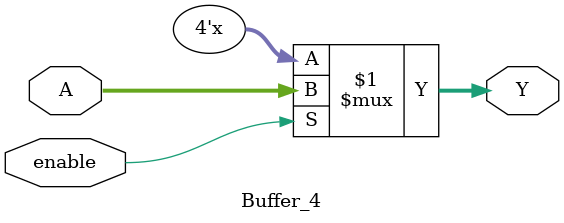
<source format=v>


module Buffer_4(input wire enable, input wire [3:0]A, output wire [3:0] Y);

  assign Y = enable ? A : 4'bz;
  
endmodule

</source>
